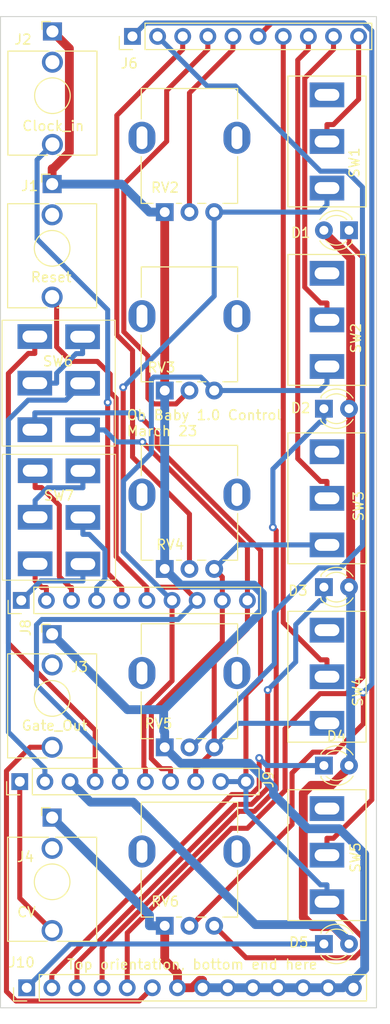
<source format=kicad_pcb>
(kicad_pcb (version 20221018) (generator pcbnew)
  (layers (0 "F.Cu" signal) (31 "B.Cu" signal) (34 "B.Paste" user) (35 "F.Paste" user) (36 "B.SilkS" user "B.Silkscreen") (37 "F.SilkS" user "F.Silkscreen") (38 "B.Mask" user) (39 "F.Mask" user) (44 "Edge.Cuts" user))
  (net 0 "")
  (net 1 "1_T")
  (net 2 "5_T")
  (net 3 "4_T")
  (net 4 "3_T")
  (net 5 "2_T")
  (net 15 "Net-(SW6A-C)")
  (net 16 "Net-(SW7A-C)")
  (net 17 "10_T")
  (net 18 "9_T")
  (net 19 "8_T")
  (net 20 "7_T")
  (net 21 "6_T")
  (net 22 "11_T")
  (net 23 "13_T")
  (net 24 "14_T")
  (net 25 "15_T")
  (net 26 "GND_T")
  (net 27 "12V_T")
  (net 28 "16_T")
  (net 29 "17_T")
  (net 30 "18_T")
  (net 31 "19_T")
  (net 32 "20_T")
  (net 33 "21_T")
  (net 34 "22_T")
  (net 35 "23_T")
  (net 36 "24_T")
  (net 37 "25_T")
  (net 38 "26_T")
  (net 39 "27_T")
  (net 40 "28_T")
  (net 41 "29_T")
  (net 42 "12_T")
  (net 43 "35_T")
  (footprint "1_SynthFootprints:DPDT_Tayda" (layer "F.Cu") (at 75.88 77.01)
    (fp_text reference "SW6" (at -0.06 -2.23) (layer "F.SilkS"))
    (fp_text value "SW_DPDT_x2")
    (pad "1" thru_hole rect (at 2.42 4.69 90) (size 2.5 3.5) (drill oval 1.2 2.5) (layers "*.Cu" "*.Mask") (net 40 "28_T"))
    (pad "2" thru_hole rect (at 2.42 -0.01 90) (size 2.5 3.5) (drill oval 1.2 2.5) (layers "*.Cu" "*.Mask") (net 36 "24_T"))
    (pad "3" thru_hole rect (at 2.42 -4.71 90) (size 2.5 3.5) (drill oval 1.2 2.5) (layers "*.Cu" "*.Mask") (net 15 "Net-(SW6A-C)"))
    (pad "4" thru_hole rect (at -2.41 4.67 90) (size 2.5 3.5) (drill oval 1.2 2.5) (layers "*.Cu" "*.Mask") (net 41 "29_T"))
    (pad "5" thru_hole rect (at -2.41 -0.03 90) (size 2.5 3.5) (drill oval 1.2 2.5) (layers "*.Cu" "*.Mask") (net 15 "Net-(SW6A-C)"))
    (pad "6" thru_hole rect (at -2.41 -4.73 90) (size 2.5 3.5) (drill oval 1.2 2.5) (layers "*.Cu" "*.Mask") (net 43 "35_T"))
  )
  (footprint "LED_THT:LED_D3.0mm" (layer "F.Cu") (at 102.69 79.56)
    (fp_text reference "D2" (at -2.355 -0.07) (layer "F.SilkS"))
    (fp_text value "LED")
    (pad "1" thru_hole rect (at 0 0) (size 1.8 1.8) (drill 0.9) (layers "*.Cu" "*.Mask") (net 29 "17_T"))
    (pad "2" thru_hole circle (at 2.54 0) (size 1.8 1.8) (drill 0.9) (layers "*.Cu" "*.Mask") (net 27 "12V_T"))
  )
  (footprint "1_SynthFootprints:SPDT_Tayda" (layer "F.Cu") (at 106.95 124.6 90)
    (fp_text reference "SW5" (at -0.24 -1.07 90) (layer "F.SilkS"))
    (fp_text value "Gate5")
    (pad "1" thru_hole rect (at -4.7 -3.95 90) (size 2.5 3.5) (drill oval 1.2 2.5) (layers "*.Cu" "*.Mask") (net 41 "29_T"))
    (pad "2" thru_hole rect (at 0 -3.95 90) (size 2.5 3.5) (drill oval 1.2 2.5) (layers "*.Cu" "*.Mask") (net 2 "5_T"))
    (pad "3" thru_hole rect (at 4.7 -3.95 90) (size 2.5 3.5) (drill oval 1.2 2.5) (layers "*.Cu" "*.Mask"))
  )
  (footprint "1_SynthFootprints:SPDT_Tayda" (layer "F.Cu") (at 106.95 70.6 90)
    (fp_text reference "SW2" (at -1.84 -1.02 90) (layer "F.SilkS"))
    (fp_text value "Gate2")
    (pad "1" thru_hole rect (at -4.7 -3.95 90) (size 2.5 3.5) (drill oval 1.2 2.5) (layers "*.Cu" "*.Mask") (net 38 "26_T"))
    (pad "2" thru_hole rect (at 0 -3.95 90) (size 2.5 3.5) (drill oval 1.2 2.5) (layers "*.Cu" "*.Mask") (net 5 "2_T"))
    (pad "3" thru_hole rect (at 4.7 -3.95 90) (size 2.5 3.5) (drill oval 1.2 2.5) (layers "*.Cu" "*.Mask"))
  )
  (footprint "1_SynthFootprints:SPDT_Tayda" (layer "F.Cu") (at 106.95 88.6 90)
    (fp_text reference "SW3" (at -0.79 -0.76 90) (layer "F.SilkS"))
    (fp_text value "Gate3")
    (pad "1" thru_hole rect (at -4.7 -3.95 90) (size 2.5 3.5) (drill oval 1.2 2.5) (layers "*.Cu" "*.Mask") (net 39 "27_T"))
    (pad "2" thru_hole rect (at 0 -3.95 90) (size 2.5 3.5) (drill oval 1.2 2.5) (layers "*.Cu" "*.Mask") (net 4 "3_T"))
    (pad "3" thru_hole rect (at 4.7 -3.95 90) (size 2.5 3.5) (drill oval 1.2 2.5) (layers "*.Cu" "*.Mask"))
  )
  (footprint "1_SynthFootprints:DPDT_Tayda" (layer "F.Cu") (at 75.91 90.54)
    (fp_text reference "SW7" (at 0 -2.22) (layer "F.SilkS"))
    (fp_text value "SW_DPDT_x2")
    (pad "1" thru_hole rect (at 2.42 4.69 90) (size 2.5 3.5) (drill oval 1.2 2.5) (layers "*.Cu" "*.Mask") (net 42 "12_T"))
    (pad "2" thru_hole rect (at 2.42 -0.01 90) (size 2.5 3.5) (drill oval 1.2 2.5) (layers "*.Cu" "*.Mask") (net 22 "11_T"))
    (pad "3" thru_hole rect (at 2.42 -4.71 90) (size 2.5 3.5) (drill oval 1.2 2.5) (layers "*.Cu" "*.Mask") (net 16 "Net-(SW7A-C)"))
    (pad "4" thru_hole rect (at -2.41 4.67 90) (size 2.5 3.5) (drill oval 1.2 2.5) (layers "*.Cu" "*.Mask") (net 23 "13_T"))
    (pad "5" thru_hole rect (at -2.41 -0.03 90) (size 2.5 3.5) (drill oval 1.2 2.5) (layers "*.Cu" "*.Mask") (net 16 "Net-(SW7A-C)"))
    (pad "6" thru_hole rect (at -2.41 -4.73 90) (size 2.5 3.5) (drill oval 1.2 2.5) (layers "*.Cu" "*.Mask") (net 24 "14_T"))
  )
  (footprint "LED_THT:LED_D3.0mm" (layer "F.Cu") (at 102.69 133.56)
    (fp_text reference "D5" (at -2.54 -0.16) (layer "F.SilkS"))
    (fp_text value "LED")
    (pad "1" thru_hole rect (at 0 0) (size 1.8 1.8) (drill 0.9) (layers "*.Cu" "*.Mask") (net 32 "20_T"))
    (pad "2" thru_hole circle (at 2.54 0) (size 1.8 1.8) (drill 0.9) (layers "*.Cu" "*.Mask") (net 27 "12V_T"))
  )
  (footprint "2_BenjiaoFootprints:Potentiometer_RV09" (layer "F.Cu") (at 86.6 59.725 90)
    (fp_text reference "RV2" (at 2.475 0.03 180) (layer "F.SilkS"))
    (fp_text value "B100k")
    (pad "" thru_hole oval (at 7.5 -2.3 180) (size 2.72 3.24) (drill oval 1.1 2.3) (layers "*.Cu" "*.Mask"))
    (pad "" thru_hole oval (at 7.5 7.3 180) (size 2.72 3.24) (drill oval 1.1 2.3) (layers "*.Cu" "*.Mask"))
    (pad "1" thru_hole rect (at 0 0 180) (size 1.8 1.8) (drill 1) (layers "*.Cu" "*.Mask") (net 26 "GND_T"))
    (pad "2" thru_hole circle (at 0 2.5 180) (size 1.8 1.8) (drill 1) (layers "*.Cu" "*.Mask") (net 21 "6_T"))
    (pad "3" thru_hole circle (at 0 5 180) (size 1.8 1.8) (drill 1) (layers "*.Cu" "*.Mask") (net 37 "25_T"))
  )
  (footprint "2_BenjiaoFootprints:AudioJack_3.5mm" (layer "F.Cu") (at 75.25 41.5)
    (fp_text reference "J2" (at -2.97 0.81) (layer "F.SilkS"))
    (fp_text value "Clock_in" (at 0.08 9.53) (layer "F.SilkS"))
    (pad "S" thru_hole rect (at 0 0 180) (size 1.93 1.83) (drill 1.22) (layers "*.Cu" "*.Mask") (net 26 "GND_T"))
    (pad "T" thru_hole circle (at 0 11.4 180) (size 2.13 2.13) (drill 1.43) (layers "*.Cu" "*.Mask") (net 25 "15_T"))
    (pad "TN" thru_hole circle (at 0 3.1 180) (size 2.13 2.13) (drill 1.42) (layers "*.Cu" "*.Mask"))
  )
  (footprint "2_BenjiaoFootprints:Potentiometer_RV09" (layer "F.Cu") (at 86.6 113.725 90)
    (fp_text reference "RV5" (at 2.395 -0.63 180) (layer "F.SilkS"))
    (fp_text value "B100k")
    (pad "" thru_hole oval (at 7.5 -2.3 180) (size 2.72 3.24) (drill oval 1.1 2.3) (layers "*.Cu" "*.Mask"))
    (pad "" thru_hole oval (at 7.5 7.3 180) (size 2.72 3.24) (drill oval 1.1 2.3) (layers "*.Cu" "*.Mask"))
    (pad "1" thru_hole rect (at 0 0 180) (size 1.8 1.8) (drill 1) (layers "*.Cu" "*.Mask") (net 26 "GND_T"))
    (pad "2" thru_hole circle (at 0 2.5 180) (size 1.8 1.8) (drill 1) (layers "*.Cu" "*.Mask") (net 18 "9_T"))
    (pad "3" thru_hole circle (at 0 5 180) (size 1.8 1.8) (drill 1) (layers "*.Cu" "*.Mask") (net 40 "28_T"))
  )
  (footprint "Connector_PinHeader_2.54mm:PinHeader_1x10_P2.54mm_Vertical" (layer "F.Cu") (at 83.34 42 90)
    (fp_text reference "J6" (at -2.73 -0.32 180) (layer "F.SilkS"))
    (fp_text value "Con1_Top")
    (pad "1" thru_hole rect (at 0 0 90) (size 1.7 1.7) (drill 1) (layers "*.Cu" "*.Mask") (net 17 "10_T"))
    (pad "2" thru_hole oval (at 0 2.54 90) (size 1.7 1.7) (drill 1) (layers "*.Cu" "*.Mask") (net 18 "9_T"))
    (pad "3" thru_hole oval (at 0 5.08 90) (size 1.7 1.7) (drill 1) (layers "*.Cu" "*.Mask") (net 19 "8_T"))
    (pad "4" thru_hole oval (at 0 7.62 90) (size 1.7 1.7) (drill 1) (layers "*.Cu" "*.Mask") (net 20 "7_T"))
    (pad "5" thru_hole oval (at 0 10.16 90) (size 1.7 1.7) (drill 1) (layers "*.Cu" "*.Mask") (net 21 "6_T"))
    (pad "6" thru_hole oval (at 0 12.7 90) (size 1.7 1.7) (drill 1) (layers "*.Cu" "*.Mask") (net 2 "5_T"))
    (pad "7" thru_hole oval (at 0 15.24 90) (size 1.7 1.7) (drill 1) (layers "*.Cu" "*.Mask") (net 3 "4_T"))
    (pad "8" thru_hole oval (at 0 17.78 90) (size 1.7 1.7) (drill 1) (layers "*.Cu" "*.Mask") (net 4 "3_T"))
    (pad "9" thru_hole oval (at 0 20.32 90) (size 1.7 1.7) (drill 1) (layers "*.Cu" "*.Mask") (net 5 "2_T"))
    (pad "10" thru_hole oval (at 0 22.86 90) (size 1.7 1.7) (drill 1) (layers "*.Cu" "*.Mask") (net 1 "1_T"))
  )
  (footprint "1_SynthFootprints:SPDT_Tayda" (layer "F.Cu") (at 106.95 52.6 90)
    (fp_text reference "SW1" (at -2.13 -1.18 90) (layer "F.SilkS"))
    (fp_text value "Gate1")
    (pad "1" thru_hole rect (at -4.7 -3.95 90) (size 2.5 3.5) (drill oval 1.2 2.5) (layers "*.Cu" "*.Mask") (net 37 "25_T"))
    (pad "2" thru_hole rect (at 0 -3.95 90) (size 2.5 3.5) (drill oval 1.2 2.5) (layers "*.Cu" "*.Mask") (net 1 "1_T"))
    (pad "3" thru_hole rect (at 4.7 -3.95 90) (size 2.5 3.5) (drill oval 1.2 2.5) (layers "*.Cu" "*.Mask"))
  )
  (footprint "LED_THT:LED_D3.0mm" (layer "F.Cu") (at 102.69 115.56)
    (fp_text reference "D4" (at 1.27 -2.96) (layer "F.SilkS"))
    (fp_text value "LED")
    (pad "1" thru_hole rect (at 0 0) (size 1.8 1.8) (drill 0.9) (layers "*.Cu" "*.Mask") (net 31 "19_T"))
    (pad "2" thru_hole circle (at 2.54 0) (size 1.8 1.8) (drill 0.9) (layers "*.Cu" "*.Mask") (net 27 "12V_T"))
  )
  (footprint "Connector_PinHeader_2.54mm:PinHeader_1x10_P2.54mm_Vertical" (layer "F.Cu") (at 71.95 117.18 90)
    (fp_text reference "J9" (at 0.21 25.13 90) (layer "F.SilkS"))
    (fp_text value "Con3_Top")
    (pad "1" thru_hole rect (at 0 0 90) (size 1.7 1.7) (drill 1) (layers "*.Cu" "*.Mask") (net 35 "23_T"))
    (pad "2" thru_hole oval (at 0 2.54 90) (size 1.7 1.7) (drill 1) (layers "*.Cu" "*.Mask") (net 36 "24_T"))
    (pad "3" thru_hole oval (at 0 5.08 90) (size 1.7 1.7) (drill 1) (layers "*.Cu" "*.Mask") (net 27 "12V_T"))
    (pad "4" thru_hole oval (at 0 7.62 90) (size 1.7 1.7) (drill 1) (layers "*.Cu" "*.Mask") (net 43 "35_T"))
    (pad "5" thru_hole oval (at 0 10.16 90) (size 1.7 1.7) (drill 1) (layers "*.Cu" "*.Mask") (net 37 "25_T"))
    (pad "6" thru_hole oval (at 0 12.7 90) (size 1.7 1.7) (drill 1) (layers "*.Cu" "*.Mask") (net 38 "26_T"))
    (pad "7" thru_hole oval (at 0 15.24 90) (size 1.7 1.7) (drill 1) (layers "*.Cu" "*.Mask") (net 39 "27_T"))
    (pad "8" thru_hole oval (at 0 17.78 90) (size 1.7 1.7) (drill 1) (layers "*.Cu" "*.Mask") (net 40 "28_T"))
    (pad "9" thru_hole oval (at 0 20.32 90) (size 1.7 1.7) (drill 1) (layers "*.Cu" "*.Mask") (net 41 "29_T"))
    (pad "10" thru_hole oval (at 0 22.86 90) (size 1.7 1.7) (drill 1) (layers "*.Cu" "*.Mask") (net 41 "29_T"))
  )
  (footprint "2_BenjiaoFootprints:Potentiometer_RV09" (layer "F.Cu") (at 86.6 95.725 90)
    (fp_text reference "RV4" (at 2.445 0.55 180) (layer "F.SilkS"))
    (fp_text value "B100k")
    (pad "" thru_hole oval (at 7.5 -2.3 180) (size 2.72 3.24) (drill oval 1.1 2.3) (layers "*.Cu" "*.Mask"))
    (pad "" thru_hole oval (at 7.5 7.3 180) (size 2.72 3.24) (drill oval 1.1 2.3) (layers "*.Cu" "*.Mask"))
    (pad "1" thru_hole rect (at 0 0 180) (size 1.8 1.8) (drill 1) (layers "*.Cu" "*.Mask") (net 26 "GND_T"))
    (pad "2" thru_hole circle (at 0 2.5 180) (size 1.8 1.8) (drill 1) (layers "*.Cu" "*.Mask") (net 19 "8_T"))
    (pad "3" thru_hole circle (at 0 5 180) (size 1.8 1.8) (drill 1) (layers "*.Cu" "*.Mask") (net 39 "27_T"))
  )
  (footprint "Connector_PinHeader_2.54mm:PinHeader_1x14_P2.54mm_Vertical" (layer "F.Cu") (at 72.65 137.98 90)
    (fp_text reference "J10" (at 2.56 -0.52 180) (layer "F.SilkS"))
    (fp_text value "Con4_Top")
    (pad "1" thru_hole rect (at 0 0 90) (size 1.7 1.7) (drill 1) (layers "*.Cu" "*.Mask") (net 32 "20_T"))
    (pad "2" thru_hole oval (at 0 2.54 90) (size 1.7 1.7) (drill 1) (layers "*.Cu" "*.Mask") (net 31 "19_T"))
    (pad "3" thru_hole oval (at 0 5.08 90) (size 1.7 1.7) (drill 1) (layers "*.Cu" "*.Mask") (net 30 "18_T"))
    (pad "4" thru_hole oval (at 0 7.62 90) (size 1.7 1.7) (drill 1) (layers "*.Cu" "*.Mask") (net 29 "17_T"))
    (pad "5" thru_hole oval (at 0 10.16 90) (size 1.7 1.7) (drill 1) (layers "*.Cu" "*.Mask") (net 28 "16_T"))
    (pad "6" thru_hole oval (at 0 12.7 90) (size 1.7 1.7) (drill 1) (layers "*.Cu" "*.Mask") (net 33 "21_T"))
    (pad "7" thru_hole oval (at 0 15.24 90) (size 1.7 1.7) (drill 1) (layers "*.Cu" "*.Mask") (net 26 "GND_T"))
    (pad "8" thru_hole oval (at 0 17.78 90) (size 1.7 1.7) (drill 1) (layers "*.Cu" "*.Mask") (net 26 "GND_T"))
    (pad "9" thru_hole oval (at 0 20.32 90) (size 1.7 1.7) (drill 1) (layers "*.Cu" "*.Mask") (net 26 "GND_T"))
    (pad "10" thru_hole oval (at 0 22.86 90) (size 1.7 1.7) (drill 1) (layers "*.Cu" "*.Mask") (net 26 "GND_T"))
    (pad "11" thru_hole oval (at 0 25.4 90) (size 1.7 1.7) (drill 1) (layers "*.Cu" "*.Mask") (net 26 "GND_T"))
    (pad "12" thru_hole oval (at 0 27.94 90) (size 1.7 1.7) (drill 1) (layers "*.Cu" "*.Mask") (net 26 "GND_T"))
    (pad "13" thru_hole oval (at 0 30.48 90) (size 1.7 1.7) (drill 1) (layers "*.Cu" "*.Mask") (net 26 "GND_T"))
    (pad "14" thru_hole oval (at 0 33.02 90) (size 1.7 1.7) (drill 1) (layers "*.Cu" "*.Mask") (net 26 "GND_T"))
  )
  (footprint "2_BenjiaoFootprints:AudioJack_3.5mm" (layer "F.Cu") (at 75.22 56.9)
    (fp_text reference "J1" (at -2.27 0.19) (layer "F.SilkS"))
    (fp_text value "Reset" (at -0.1 9.39) (layer "F.SilkS"))
    (pad "S" thru_hole rect (at 0 0 180) (size 1.93 1.83) (drill 1.22) (layers "*.Cu" "*.Mask") (net 26 "GND_T"))
    (pad "T" thru_hole circle (at 0 11.4 180) (size 2.13 2.13) (drill 1.43) (layers "*.Cu" "*.Mask") (net 34 "22_T"))
    (pad "TN" thru_hole circle (at 0 3.1 180) (size 2.13 2.13) (drill 1.42) (layers "*.Cu" "*.Mask"))
  )
  (footprint "LED_THT:LED_D3.0mm" (layer "F.Cu") (at 102.69 97.56)
    (fp_text reference "D3" (at -2.62 0.36) (layer "F.SilkS"))
    (fp_text value "LED")
    (pad "1" thru_hole rect (at 0 0) (size 1.8 1.8) (drill 0.9) (layers "*.Cu" "*.Mask") (net 30 "18_T"))
    (pad "2" thru_hole circle (at 2.54 0) (size 1.8 1.8) (drill 0.9) (layers "*.Cu" "*.Mask") (net 27 "12V_T"))
  )
  (footprint "Connector_PinHeader_2.54mm:PinHeader_1x10_P2.54mm_Vertical" (layer "F.Cu") (at 72.1 98.9 90)
    (fp_text reference "J8" (at -2.75 0.45 90) (layer "F.SilkS"))
    (fp_text value "Con2_Top")
    (pad "1" thru_hole rect (at 0 0 90) (size 1.7 1.7) (drill 1) (layers "*.Cu" "*.Mask") (net 42 "12_T"))
    (pad "2" thru_hole oval (at 0 2.54 90) (size 1.7 1.7) (drill 1) (layers "*.Cu" "*.Mask") (net 23 "13_T"))
    (pad "3" thru_hole oval (at 0 5.08 90) (size 1.7 1.7) (drill 1) (layers "*.Cu" "*.Mask") (net 24 "14_T"))
    (pad "4" thru_hole oval (at 0 7.62 90) (size 1.7 1.7) (drill 1) (layers "*.Cu" "*.Mask") (net 22 "11_T"))
    (pad "5" thru_hole oval (at 0 10.16 90) (size 1.7 1.7) (drill 1) (layers "*.Cu" "*.Mask") (net 25 "15_T"))
    (pad "6" thru_hole oval (at 0 12.7 90) (size 1.7 1.7) (drill 1) (layers "*.Cu" "*.Mask") (net 34 "22_T"))
    (pad "7" thru_hole oval (at 0 15.24 90) (size 1.7 1.7) (drill 1) (layers "*.Cu" "*.Mask") (net 38 "26_T"))
    (pad "8" thru_hole oval (at 0 17.78 90) (size 1.7 1.7) (drill 1) (layers "*.Cu" "*.Mask") (net 37 "25_T"))
    (pad "9" thru_hole oval (at 0 20.32 90) (size 1.7 1.7) (drill 1) (layers "*.Cu" "*.Mask") (net 39 "27_T"))
    (pad "10" thru_hole oval (at 0 22.86 90) (size 1.7 1.7) (drill 1) (layers "*.Cu" "*.Mask") (net 40 "28_T"))
  )
  (footprint "2_BenjiaoFootprints:AudioJack_3.5mm" (layer "F.Cu") (at 75.22 102.31)
    (fp_text reference "J3" (at 2.77 3.31) (layer "F.SilkS"))
    (fp_text value "Gate_Out" (at 0.24 9.22) (layer "F.SilkS"))
    (pad "S" thru_hole rect (at 0 0 180) (size 1.93 1.83) (drill 1.22) (layers "*.Cu" "*.Mask") (net 26 "GND_T"))
    (pad "T" thru_hole circle (at 0 11.4 180) (size 2.13 2.13) (drill 1.43) (layers "*.Cu" "*.Mask") (net 33 "21_T"))
    (pad "TN" thru_hole circle (at 0 3.1 180) (size 2.13 2.13) (drill 1.42) (layers "*.Cu" "*.Mask"))
  )
  (footprint "2_BenjiaoFootprints:Potentiometer_RV09" (layer "F.Cu") (at 86.6 131.725 90)
    (fp_text reference "RV6" (at 2.445 0.05 180) (layer "F.SilkS"))
    (fp_text value "B100k")
    (pad "" thru_hole oval (at 7.5 -2.3 180) (size 2.72 3.24) (drill oval 1.1 2.3) (layers "*.Cu" "*.Mask"))
    (pad "" thru_hole oval (at 7.5 7.3 180) (size 2.72 3.24) (drill oval 1.1 2.3) (layers "*.Cu" "*.Mask"))
    (pad "1" thru_hole rect (at 0 0 180) (size 1.8 1.8) (drill 1) (layers "*.Cu" "*.Mask") (net 26 "GND_T"))
    (pad "2" thru_hole circle (at 0 2.5 180) (size 1.8 1.8) (drill 1) (layers "*.Cu" "*.Mask") (net 17 "10_T"))
    (pad "3" thru_hole circle (at 0 5 180) (size 1.8 1.8) (drill 1) (layers "*.Cu" "*.Mask") (net 41 "29_T"))
  )
  (footprint "2_BenjiaoFootprints:AudioJack_3.5mm" (layer "F.Cu") (at 75.22 120.81)
    (fp_text reference "J4" (at -2.69 3.97) (layer "F.SilkS"))
    (fp_text value "CV" (at -2.6 9.54) (layer "F.SilkS"))
    (pad "S" thru_hole rect (at 0 0 180) (size 1.93 1.83) (drill 1.22) (layers "*.Cu" "*.Mask") (net 26 "GND_T"))
    (pad "T" thru_hole circle (at 0 11.4 180) (size 2.13 2.13) (drill 1.43) (layers "*.Cu" "*.Mask") (net 35 "23_T"))
    (pad "TN" thru_hole circle (at 0 3.1 180) (size 2.13 2.13) (drill 1.42) (layers "*.Cu" "*.Mask"))
  )
  (footprint "1_SynthFootprints:SPDT_Tayda" (layer "F.Cu") (at 106.95 106.6 90)
    (fp_text reference "SW4" (at -1.49 -0.83 90) (layer "F.SilkS"))
    (fp_text value "Gate4")
    (pad "1" thru_hole rect (at -4.7 -3.95 90) (size 2.5 3.5) (drill oval 1.2 2.5) (layers "*.Cu" "*.Mask") (net 40 "28_T"))
    (pad "2" thru_hole rect (at 0 -3.95 90) (size 2.5 3.5) (drill oval 1.2 2.5) (layers "*.Cu" "*.Mask") (net 3 "4_T"))
    (pad "3" thru_hole rect (at 4.7 -3.95 90) (size 2.5 3.5) (drill oval 1.2 2.5) (layers "*.Cu" "*.Mask"))
  )
  (footprint "2_BenjiaoFootprints:Potentiometer_RV09" (layer "F.Cu") (at 86.6 77.725 90)
    (fp_text reference "RV3" (at 2.325 -0.33 180) (layer "F.SilkS"))
    (fp_text value "B100k")
    (pad "" thru_hole oval (at 7.5 -2.3 180) (size 2.72 3.24) (drill oval 1.1 2.3) (layers "*.Cu" "*.Mask"))
    (pad "" thru_hole oval (at 7.5 7.3 180) (size 2.72 3.24) (drill oval 1.1 2.3) (layers "*.Cu" "*.Mask"))
    (pad "1" thru_hole rect (at 0 0 180) (size 1.8 1.8) (drill 1) (layers "*.Cu" "*.Mask") (net 26 "GND_T"))
    (pad "2" thru_hole circle (at 0 2.5 180) (size 1.8 1.8) (drill 1) (layers "*.Cu" "*.Mask") (net 20 "7_T"))
    (pad "3" thru_hole circle (at 0 5 180) (size 1.8 1.8) (drill 1) (layers "*.Cu" "*.Mask") (net 38 "26_T"))
  )
  (footprint "LED_THT:LED_D3.0mm" (layer "F.Cu") (at 105.23 61.56 180)
    (fp_text reference "D1" (at 4.88 -0.25) (layer "F.SilkS"))
    (fp_text value "LED")
    (pad "1" thru_hole rect (at 0 0 180) (size 1.8 1.8) (drill 0.9) (layers "*.Cu" "*.Mask") (net 28 "16_T"))
    (pad "2" thru_hole circle (at 2.54 0 180) (size 1.8 1.8) (drill 0.9) (layers "*.Cu" "*.Mask") (net 27 "12V_T"))
  )
  (gr_rect (start 70 40) (end 108 140) (stroke (width 0.1)) (fill none) (layer "Edge.Cuts"))
  (gr_text "Oh Baby 1.0 Control\nMarch 23" (at 82.69 82.4) (layer "F.SilkS") (effects (font (size 1 1) (thickness 0.153)) (justify left bottom)))
  (gr_text "Top orientation, bottom end here" (at 76.64 136.21) (layer "F.SilkS") (effects (font (size 1 1)) (justify left bottom)))
  (segment (start 103 50.8959) (end 103.6523 50.8959) (width 0.508) (layer "F.Cu") (net 1))
  (segment (start 106.2 48.3482) (end 106.2 42) (width 0.508) (layer "F.Cu") (net 1))
  (segment (start 103.6523 50.8959) (end 106.2 48.3482) (width 0.508) (layer "F.Cu") (net 1))
  (segment (start 103 52.6) (end 103 50.8959) (width 0.508) (layer "F.Cu") (net 1))
  (segment (start 106.7321 40.6497) (end 97.3903 40.6497) (width 0.508) (layer "F.Cu") (net 2))
  (segment (start 103 124.6) (end 103 122.8959) (width 0.508) (layer "F.Cu") (net 2))
  (segment (start 103 122.8959) (end 103.6523 122.8959) (width 0.508) (layer "F.Cu") (net 2))
  (segment (start 107.5358 119.0124) (end 107.5358 41.4534) (width 0.508) (layer "F.Cu") (net 2))
  (segment (start 97.3903 40.6497) (end 96.04 42) (width 0.508) (layer "F.Cu") (net 2))
  (segment (start 107.5358 41.4534) (end 106.7321 40.6497) (width 0.508) (layer "F.Cu") (net 2))
  (segment (start 103.6523 122.8959) (end 107.5358 119.0124) (width 0.508) (layer "F.Cu") (net 2))
  (segment (start 103 106.6) (end 103 104.8959) (width 0.508) (layer "F.Cu") (net 3))
  (segment (start 102.3477 104.8959) (end 103 104.8959) (width 0.508) (layer "F.Cu") (net 3))
  (segment (start 98.58 43.3041) (end 98.58 101.1282) (width 0.508) (layer "F.Cu") (net 3))
  (segment (start 98.58 42) (end 98.58 43.3041) (width 0.508) (layer "F.Cu") (net 3))
  (segment (start 98.58 101.1282) (end 102.3477 104.8959) (width 0.508) (layer "F.Cu") (net 3))
  (segment (start 103 88.6) (end 103 86.8959) (width 0.508) (layer "F.Cu") (net 4))
  (segment (start 102.3477 86.8959) (end 103 86.8959) (width 0.508) (layer "F.Cu") (net 4))
  (segment (start 100.0474 84.5956) (end 102.3477 86.8959) (width 0.508) (layer "F.Cu") (net 4))
  (segment (start 100.0474 44.3767) (end 100.0474 84.5956) (width 0.508) (layer "F.Cu") (net 4))
  (segment (start 101.12 43.3041) (end 100.0474 44.3767) (width 0.508) (layer "F.Cu") (net 4))
  (segment (start 101.12 42) (end 101.12 43.3041) (width 0.508) (layer "F.Cu") (net 4))
  (segment (start 103 68.8959) (end 102.3477 68.8959) (width 0.508) (layer "F.Cu") (net 5))
  (segment (start 103 70.6) (end 103 68.8959) (width 0.508) (layer "F.Cu") (net 5))
  (segment (start 100.7556 67.3038) (end 100.7556 46.2085) (width 0.508) (layer "F.Cu") (net 5))
  (segment (start 102.3477 68.8959) (end 100.7556 67.3038) (width 0.508) (layer "F.Cu") (net 5))
  (segment (start 100.7556 46.2085) (end 103.66 43.3041) (width 0.508) (layer "F.Cu") (net 5))
  (segment (start 103.66 42) (end 103.66 43.3041) (width 0.508) (layer "F.Cu") (net 5))
  (segment (start 75.6741 76.98) (end 75.6741 75.9777) (width 0.508) (layer "B.Cu") (net 15))
  (segment (start 73.47 76.98) (end 75.6741 76.98) (width 0.508) (layer "B.Cu") (net 15))
  (segment (start 75.6741 75.9777) (end 77.6477 74.0041) (width 0.508) (layer "B.Cu") (net 15))
  (segment (start 78.3 72.3) (end 78.3 74.0041) (width 0.508) (layer "B.Cu") (net 15))
  (segment (start 77.6477 74.0041) (end 78.3 74.0041) (width 0.508) (layer "B.Cu") (net 15))
  (segment (start 73.5 90.51) (end 73.5 88.8059) (width 0.508) (layer "B.Cu") (net 16))
  (segment (start 74.7718 87.5341) (end 78.33 87.5341) (width 0.508) (layer "B.Cu") (net 16))
  (segment (start 78.33 85.83) (end 78.33 87.5341) (width 0.508) (layer "B.Cu") (net 16))
  (segment (start 73.5 88.8059) (end 74.7718 87.5341) (width 0.508) (layer "B.Cu") (net 16))
  (segment (start 103.8168 114.2058) (end 106.6722 111.3504) (width 0.508) (layer "F.Cu") (net 17))
  (segment (start 89.2623 131.725) (end 99.471 121.5163) (width 0.508) (layer "F.Cu") (net 17))
  (segment (start 101.5765 114.2058) (end 103.8168 114.2058) (width 0.508) (layer "F.Cu") (net 17))
  (segment (start 99.471 121.5163) (end 99.471 116.3113) (width 0.508) (layer "F.Cu") (net 17))
  (segment (start 99.471 116.3113) (end 101.5765 114.2058) (width 0.508) (layer "F.Cu") (net 17))
  (segment (start 89.1 131.725) (end 89.2623 131.725) (width 0.508) (layer "F.Cu") (net 17))
  (segment (start 106.6722 111.3504) (end 106.6722 108.1936) (width 0.508) (layer "F.Cu") (net 17))
  (via (at 106.6722 108.1936) (size 0.8) (drill 0.4) (layers "F.Cu" "B.Cu") (net 17))
  (segment (start 106.7345 40.6491) (end 84.6909 40.6491) (width 0.508) (layer "B.Cu") (net 17))
  (segment (start 107.5358 41.4504) (end 106.7345 40.6491) (width 0.508) (layer "B.Cu") (net 17))
  (segment (start 107.5358 107.33) (end 107.5358 41.4504) (width 0.508) (layer "B.Cu") (net 17))
  (segment (start 84.6909 40.6491) (end 83.34 42) (width 0.508) (layer "B.Cu") (net 17))
  (segment (start 106.6722 108.1936) (end 107.5358 107.33) (width 0.508) (layer "B.Cu") (net 17))
  (segment (start 104.971 55.5958) (end 102.3434 55.5958) (width 0.508) (layer "B.Cu") (net 18))
  (segment (start 93.7523 47.0047) (end 90.8847 47.0047) (width 0.508) (layer "B.Cu") (net 18))
  (segment (start 97.6791 100.087) (end 102.147 95.6191) (width 0.508) (layer "B.Cu") (net 18))
  (segment (start 90.8847 47.0047) (end 85.88 42) (width 0.508) (layer "B.Cu") (net 18))
  (segment (start 89.2488 113.725) (end 97.6791 105.2947) (width 0.508) (layer "B.Cu") (net 18))
  (segment (start 97.6791 105.2947) (end 97.6791 100.087) (width 0.508) (layer "B.Cu") (net 18))
  (segment (start 89.1 113.725) (end 89.2488 113.725) (width 0.508) (layer "B.Cu") (net 18))
  (segment (start 106.5842 93.3793) (end 106.5842 57.209) (width 0.508) (layer "B.Cu") (net 18))
  (segment (start 106.5842 57.209) (end 104.971 55.5958) (width 0.508) (layer "B.Cu") (net 18))
  (segment (start 102.3434 55.5958) (end 93.7523 47.0047) (width 0.508) (layer "B.Cu") (net 18))
  (segment (start 104.3444 95.6191) (end 106.5842 93.3793) (width 0.508) (layer "B.Cu") (net 18))
  (segment (start 102.147 95.6191) (end 104.3444 95.6191) (width 0.508) (layer "B.Cu") (net 18))
  (segment (start 81.7594 49.9647) (end 81.7594 72.1098) (width 0.508) (layer "F.Cu") (net 19))
  (segment (start 83.3485 84.4425) (end 89.1 90.194) (width 0.508) (layer "F.Cu") (net 19))
  (segment (start 89.1 90.194) (end 89.1 95.725) (width 0.508) (layer "F.Cu") (net 19))
  (segment (start 88.42 42) (end 88.42 43.3041) (width 0.508) (layer "F.Cu") (net 19))
  (segment (start 88.42 43.3041) (end 81.7594 49.9647) (width 0.508) (layer "F.Cu") (net 19))
  (segment (start 83.3485 73.6989) (end 83.3485 84.4425) (width 0.508) (layer "F.Cu") (net 19))
  (segment (start 81.7594 72.1098) (end 83.3485 73.6989) (width 0.508) (layer "F.Cu") (net 19))
  (segment (start 89.1 77.725) (end 87.7459 79.0791) (width 0.508) (layer "F.Cu") (net 20))
  (segment (start 84.9017 78.4942) (end 84.9017 74.2381) (width 0.508) (layer "F.Cu") (net 20))
  (segment (start 85.4866 79.0791) (end 84.9017 78.4942) (width 0.508) (layer "F.Cu") (net 20))
  (segment (start 84.9017 74.2381) (end 82.4675 71.8039) (width 0.508) (layer "F.Cu") (net 20))
  (segment (start 86.7984 47.4657) (end 90.96 43.3041) (width 0.508) (layer "F.Cu") (net 20))
  (segment (start 90.96 42) (end 90.96 43.3041) (width 0.508) (layer "F.Cu") (net 20))
  (segment (start 82.4675 56.9208) (end 86.7984 52.5899) (width 0.508) (layer "F.Cu") (net 20))
  (segment (start 86.7984 52.5899) (end 86.7984 47.4657) (width 0.508) (layer "F.Cu") (net 20))
  (segment (start 87.7459 79.0791) (end 85.4866 79.0791) (width 0.508) (layer "F.Cu") (net 20))
  (segment (start 82.4675 71.8039) (end 82.4675 56.9208) (width 0.508) (layer "F.Cu") (net 20))
  (segment (start 89.1 47.7041) (end 93.5 43.3041) (width 0.508) (layer "F.Cu") (net 21))
  (segment (start 89.1 59.725) (end 89.1 47.7041) (width 0.508) (layer "F.Cu") (net 21))
  (segment (start 93.5 42) (end 93.5 43.3041) (width 0.508) (layer "F.Cu") (net 21))
  (segment (start 80.5573 93.8091) (end 78.9823 92.2341) (width 0.508) (layer "B.Cu") (net 22))
  (segment (start 78.9823 92.2341) (end 78.33 92.2341) (width 0.508) (layer "B.Cu") (net 22))
  (segment (start 78.33 90.53) (end 78.33 92.2341) (width 0.508) (layer "B.Cu") (net 22))
  (segment (start 79.72 97.5959) (end 80.5573 96.7586) (width 0.508) (layer "B.Cu") (net 22))
  (segment (start 79.72 98.9) (end 79.72 97.5959) (width 0.508) (layer "B.Cu") (net 22))
  (segment (start 80.5573 96.7586) (end 80.5573 93.8091) (width 0.508) (layer "B.Cu") (net 22))
  (segment (start 73.5 96.9141) (end 74.1818 97.5959) (width 0.508) (layer "F.Cu") (net 23))
  (segment (start 73.5 95.21) (end 73.5 96.9141) (width 0.508) (layer "F.Cu") (net 23))
  (segment (start 74.1818 97.5959) (end 74.64 97.5959) (width 0.508) (layer "F.Cu") (net 23))
  (segment (start 74.64 98.9) (end 74.64 97.5959) (width 0.508) (layer "F.Cu") (net 23))
  (segment (start 75.9442 96.4952) (end 77.0449 97.5959) (width 0.508) (layer "F.Cu") (net 24))
  (segment (start 77.18 98.9) (end 77.18 97.5959) (width 0.508) (layer "F.Cu") (net 24))
  (segment (start 73.5 87.5141) (end 74.1523 87.5141) (width 0.508) (layer "F.Cu") (net 24))
  (segment (start 77.0449 97.5959) (end 77.18 97.5959) (width 0.508) (layer "F.Cu") (net 24))
  (segment (start 73.5 85.81) (end 73.5 87.5141) (width 0.508) (layer "F.Cu") (net 24))
  (segment (start 74.1523 87.5141) (end 75.9442 89.306) (width 0.508) (layer "F.Cu") (net 24))
  (segment (start 75.9442 89.306) (end 75.9442 96.4952) (width 0.508) (layer "F.Cu") (net 24))
  (segment (start 80.8375 96.1734) (end 80.8375 78.922) (width 0.508) (layer "F.Cu") (net 25))
  (segment (start 82.26 98.9) (end 82.26 97.5959) (width 0.508) (layer "F.Cu") (net 25))
  (segment (start 82.26 97.5959) (end 80.8375 96.1734) (width 0.508) (layer "F.Cu") (net 25))
  (via (at 80.8375 78.922) (size 0.8) (drill 0.4) (layers "F.Cu" "B.Cu") (net 25))
  (segment (start 73.6974 54.4526) (end 73.6974 62.448) (width 0.508) (layer "B.Cu") (net 25))
  (segment (start 75.25 52.9) (end 73.6974 54.4526) (width 0.508) (layer "B.Cu") (net 25))
  (segment (start 80.8375 69.5881) (end 80.8375 78.922) (width 0.508) (layer "B.Cu") (net 25))
  (segment (start 73.6974 62.448) (end 80.8375 69.5881) (width 0.508) (layer "B.Cu") (net 25))
  (segment (start 90.43 137.2327) (end 90.1319 137.2327) (width 0.889) (layer "F.Cu") (net 26))
  (segment (start 90.43 137.98) (end 90.43 137.2327) (width 0.889) (layer "F.Cu") (net 26))
  (segment (start 86.6 131.725) (end 86.6 135.1954) (width 0.889) (layer "F.Cu") (net 26))
  (segment (start 75.3175 55.3404) (end 75.22 55.3404) (width 0.889) (layer "F.Cu") (net 26))
  (segment (start 76.9607 53.6972) (end 75.3175 55.3404) (width 0.889) (layer "F.Cu") (net 26))
  (segment (start 76.9607 43.2107) (end 76.9607 53.6972) (width 0.889) (layer "F.Cu") (net 26))
  (segment (start 87.89 137.98) (end 87.89 136.4854) (width 0.889) (layer "F.Cu") (net 26))
  (segment (start 90.1319 137.2327) (end 89.3846 137.98) (width 0.889) (layer "F.Cu") (net 26))
  (segment (start 75.25 41.5) (end 76.9607 43.2107) (width 0.889) (layer "F.Cu") (net 26))
  (segment (start 87.89 137.98) (end 89.3846 137.98) (width 0.889) (layer "F.Cu") (net 26))
  (segment (start 75.22 56.9) (end 75.22 55.3404) (width 0.889) (layer "F.Cu") (net 26))
  (segment (start 86.6 77.725) (end 86.6 59.725) (width 0.889) (layer "F.Cu") (net 26))
  (segment (start 86.6 135.1954) (end 87.89 136.4854) (width 0.889) (layer "F.Cu") (net 26))
  (segment (start 86.495 112.0754) (end 86.495 109.922) (width 0.889) (layer "B.Cu") (net 26))
  (segment (start 86.6 113.725) (end 86.6 112.1804) (width 0.889) (layer "B.Cu") (net 26))
  (segment (start 86.6 77.725) (end 86.6 79.2696) (width 0.889) (layer "B.Cu") (net 26))
  (segment (start 101.063 121.935) (end 97.5848 118.4568) (width 0.889) (layer "B.Cu") (net 26))
  (segment (start 95.51 137.98) (end 92.97 137.98) (width 0.889) (layer "B.Cu") (net 26))
  (segment (start 105.3719 137.2327) (end 104.6246 137.98) (width 0.889) (layer "B.Cu") (net 26))
  (segment (start 98.05 137.98) (end 95.51 137.98) (width 0.889) (layer "B.Cu") (net 26))
  (segment (start 88.2313 97.3563) (end 86.6 95.725) (width 0.889) (layer "B.Cu") (net 26))
  (segment (start 106.8115 136.0912) (end 106.8115 124.4999) (width 0.889) (layer "B.Cu") (net 26))
  (segment (start 100.59 137.98) (end 98.05 137.98) (width 0.889) (layer "B.Cu") (net 26))
  (segment (start 86.6 94.1804) (end 86.6 79.2696) (width 0.889) (layer "B.Cu") (net 26))
  (segment (start 97.5848 118.4568) (end 97.5848 117.7721) (width 0.889) (layer "B.Cu") (net 26))
  (segment (start 103.13 137.98) (end 100.59 137.98) (width 0.889) (layer "B.Cu") (net 26))
  (segment (start 86.6 95.725) (end 86.6 94.1804) (width 0.889) (layer "B.Cu") (net 26))
  (segment (start 103.8773 137.98) (end 104.6246 137.98) (width 0.889) (layer "B.Cu") (net 26))
  (segment (start 75.22 120.81) (end 85.0554 130.6454) (width 0.889) (layer "B.Cu") (net 26))
  (segment (start 105.67 137.2327) (end 105.3719 137.2327) (width 0.889) (layer "B.Cu") (net 26))
  (segment (start 92.97 137.98) (end 90.43 137.98) (width 0.889) (layer "B.Cu") (net 26))
  (segment (start 85.0554 130.6454) (end 85.0554 131.725) (width 0.889) (layer "B.Cu") (net 26))
  (segment (start 105.67 137.2327) (end 106.8115 136.0912) (width 0.889) (layer "B.Cu") (net 26))
  (segment (start 86.6 112.1804) (end 86.495 112.0754) (width 0.889) (layer "B.Cu") (net 26))
  (segment (start 96.4686 99.9484) (end 96.4686 98.1962) (width 0.889) (layer "B.Cu") (net 26))
  (segment (start 86.6 131.725) (end 85.0554 131.725) (width 0.889) (layer "B.Cu") (net 26))
  (segment (start 105.67 137.98) (end 105.67 137.2327) (width 0.889) (layer "B.Cu") (net 26))
  (segment (start 82.832 109.922) (end 86.495 109.922) (width 0.889) (layer "B.Cu") (net 26))
  (segment (start 95.6287 97.3563) (end 88.2313 97.3563) (width 0.889) (layer "B.Cu") (net 26))
  (segment (start 103.8773 137.98) (end 103.13 137.98) (width 0.889) (layer "B.Cu") (net 26))
  (segment (start 95.1401 115.3274) (end 88.2024 115.3274) (width 0.889) (layer "B.Cu") (net 26))
  (segment (start 82.2304 56.9) (end 85.0554 59.725) (width 0.889) (layer "B.Cu") (net 26))
  (segment (start 75.22 102.31) (end 82.832 109.922) (width 0.889) (layer "B.Cu") (net 26))
  (segment (start 86.495 109.922) (end 96.4686 99.9484) (width 0.889) (layer "B.Cu") (net 26))
  (segment (start 96.4686 98.1962) (end 95.6287 97.3563) (width 0.889) (layer "B.Cu") (net 26))
  (segment (start 104.2466 121.935) (end 101.063 121.935) (width 0.889) (layer "B.Cu") (net 26))
  (segment (start 88.2024 115.3274) (end 86.6 113.725) (width 0.889) (layer "B.Cu") (net 26))
  (segment (start 86.6 59.725) (end 85.0554 59.725) (width 0.889) (layer "B.Cu") (net 26))
  (segment (start 75.22 56.9) (end 82.2304 56.9) (width 0.889) (layer "B.Cu") (net 26))
  (segment (start 106.8115 124.4999) (end 104.2466 121.935) (width 0.889) (layer "B.Cu") (net 26))
  (segment (start 97.5848 117.7721) (end 95.1401 115.3274) (width 0.889) (layer "B.Cu") (net 26))
  (segment (start 103.4281 117.555) (end 101.3992 117.555) (width 0.889) (layer "F.Cu") (net 27))
  (segment (start 100.6053 118.3489) (end 100.6053 130.8604) (width 0.889) (layer "F.Cu") (net 27))
  (segment (start 105.23 115.7531) (end 103.4281 117.555) (width 0.889) (layer "F.Cu") (net 27))
  (segment (start 104.0415 63.1047) (end 104.1262 63.1047) (width 0.889) (layer "F.Cu") (net 27))
  (segment (start 105.3947 64.3732) (end 105.3947 79.3953) (width 0.889) (layer "F.Cu") (net 27))
  (segment (start 101.5505 131.8056) (end 103.6654 131.8056) (width 0.889) (layer "F.Cu") (net 27))
  (segment (start 102.69 61.56) (end 102.69 61.7532) (width 0.889) (layer "F.Cu") (net 27))
  (segment (start 100.6053 130.8604) (end 101.5505 131.8056) (width 0.889) (layer "F.Cu") (net 27))
  (segment (start 105.3947 79.7247) (end 105.3947 97.3953) (width 0.889) (layer "F.Cu") (net 27))
  (segment (start 105.23 133.3702) (end 105.23 133.56) (width 0.889) (layer "F.Cu") (net 27))
  (segment (start 104.1262 63.1047) (end 105.3947 64.3732) (width 0.889) (layer "F.Cu") (net 27))
  (segment (start 105.3947 79.3953) (end 105.23 79.56) (width 0.889) (layer "F.Cu") (net 27))
  (segment (start 105.23 115.56) (end 105.23 115.7531) (width 0.889) (layer "F.Cu") (net 27))
  (segment (start 105.23 79.56) (end 105.3947 79.7247) (width 0.889) (layer "F.Cu") (net 27))
  (segment (start 103.6654 131.8056) (end 105.23 133.3702) (width 0.889) (layer "F.Cu") (net 27))
  (segment (start 102.69 61.7532) (end 104.0415 63.1047) (width 0.889) (layer "F.Cu") (net 27))
  (segment (start 105.3947 97.3953) (end 105.23 97.56) (width 0.889) (layer "F.Cu") (net 27))
  (segment (start 101.3992 117.555) (end 100.6053 118.3489) (width 0.889) (layer "F.Cu") (net 27))
  (segment (start 83.4085 119.2503) (end 79.1003 119.2503) (width 0.889) (layer "B.Cu") (net 27))
  (segment (start 105.3947 97.7247) (end 105.3947 115.3953) (width 0.889) (layer "B.Cu") (net 27))
  (segment (start 105.3947 115.3953) (end 105.23 115.56) (width 0.889) (layer "B.Cu") (net 27))
  (segment (start 103.5075 131.605) (end 95.7632 131.605) (width 0.889) (layer "B.Cu") (net 27))
  (segment (start 105.23 97.56) (end 105.3947 97.7247) (width 0.889) (layer "B.Cu") (net 27))
  (segment (start 105.23 133.56) (end 105.23 133.3275) (width 0.889) (layer "B.Cu") (net 27))
  (segment (start 79.1003 119.2503) (end 77.03 117.18) (width 0.889) (layer "B.Cu") (net 27))
  (segment (start 105.23 133.3275) (end 103.5075 131.605) (width 0.889) (layer "B.Cu") (net 27))
  (segment (start 95.7632 131.605) (end 83.4085 119.2503) (width 0.889) (layer "B.Cu") (net 27))
  (segment (start 98.7629 111.8409) (end 102.2996 108.3042) (width 0.508) (layer "F.Cu") (net 28))
  (segment (start 106.6279 106.641) (end 106.6279 64.312) (width 0.508) (layer "F.Cu") (net 28))
  (segment (start 82.81 132.4442) (end 93.3664 121.8878) (width 0.508) (layer "F.Cu") (net 28))
  (segment (start 93.3664 121.8878) (end 94.959 121.8878) (width 0.508) (layer "F.Cu") (net 28))
  (segment (start 94.959 121.8878) (end 98.7629 118.0839) (width 0.508) (layer "F.Cu") (net 28))
  (segment (start 82.81 137.98) (end 82.81 136.6759) (width 0.508) (layer "F.Cu") (net 28))
  (segment (start 104.9647 108.3042) (end 106.6279 106.641) (width 0.508) (layer "F.Cu") (net 28))
  (segment (start 105.23 61.56) (end 105.23 62.9141) (width 0.508) (layer "F.Cu") (net 28))
  (segment (start 98.7629 118.0839) (end 98.7629 111.8409) (width 0.508) (layer "F.Cu") (net 28))
  (segment (start 102.2996 108.3042) (end 104.9647 108.3042) (width 0.508) (layer "F.Cu") (net 28))
  (segment (start 106.6279 64.312) (end 105.23 62.9141) (width 0.508) (layer "F.Cu") (net 28))
  (segment (start 82.81 136.6759) (end 82.81 132.4442) (width 0.508) (layer "F.Cu") (net 28))
  (segment (start 80.27 137.98) (end 80.27 133.9829) (width 0.508) (layer "F.Cu") (net 29))
  (segment (start 94.072 120.1809) (end 95.6645 120.1809) (width 0.508) (layer "F.Cu") (net 29))
  (segment (start 97.8663 117.9791) (end 97.8663 91.8541) (width 0.508) (layer "F.Cu") (net 29))
  (segment (start 80.27 133.9829) (end 94.072 120.1809) (width 0.508) (layer "F.Cu") (net 29))
  (segment (start 97.8663 91.8541) (end 97.5348 91.5226) (width 0.508) (layer "F.Cu") (net 29))
  (segment (start 95.6645 120.1809) (end 97.8663 117.9791) (width 0.508) (layer "F.Cu") (net 29))
  (via (at 97.5348 91.5226) (size 0.8) (drill 0.4) (layers "F.Cu" "B.Cu") (net 29))
  (segment (start 102.69 80.9141) (end 102.2668 80.9141) (width 0.508) (layer "B.Cu") (net 29))
  (segment (start 97.5348 85.6461) (end 97.5348 91.5226) (width 0.508) (layer "B.Cu") (net 29))
  (segment (start 102.69 79.56) (end 102.69 80.9141) (width 0.508) (layer "B.Cu") (net 29))
  (segment (start 102.2668 80.9141) (end 97.5348 85.6461) (width 0.508) (layer "B.Cu") (net 29))
  (segment (start 77.73 135.5031) (end 93.7603 119.4728) (width 0.508) (layer "F.Cu") (net 30))
  (segment (start 93.7603 119.4728) (end 95.3712 119.4728) (width 0.508) (layer "F.Cu") (net 30))
  (segment (start 97.0122 117.8318) (end 97.0122 107.9377) (width 0.508) (layer "F.Cu") (net 30))
  (segment (start 95.3712 119.4728) (end 97.0122 117.8318) (width 0.508) (layer "F.Cu") (net 30))
  (segment (start 77.73 137.98) (end 77.73 135.5031) (width 0.508) (layer "F.Cu") (net 30))
  (via (at 97.0122 107.9377) (size 0.8) (drill 0.4) (layers "F.Cu" "B.Cu") (net 30))
  (segment (start 99.8421 101.3388) (end 99.8421 105.1078) (width 0.508) (layer "B.Cu") (net 30))
  (segment (start 102.69 98.9141) (end 102.2668 98.9141) (width 0.508) (layer "B.Cu") (net 30))
  (segment (start 102.69 97.56) (end 102.69 98.9141) (width 0.508) (layer "B.Cu") (net 30))
  (segment (start 99.8421 105.1078) (end 97.0122 107.9377) (width 0.508) (layer "B.Cu") (net 30))
  (segment (start 102.2668 98.9141) (end 99.8421 101.3388) (width 0.508) (layer "B.Cu") (net 30))
  (segment (start 95.3584 118.4842) (end 93.3817 118.4842) (width 0.508) (layer "F.Cu") (net 31))
  (segment (start 96.1499 114.8005) (end 96.1499 117.6927) (width 0.508) (layer "F.Cu") (net 31))
  (segment (start 96.1499 117.6927) (end 95.3584 118.4842) (width 0.508) (layer "F.Cu") (net 31))
  (segment (start 75.19 137.98) (end 75.19 136.6759) (width 0.508) (layer "F.Cu") (net 31))
  (segment (start 93.3817 118.4842) (end 75.19 136.6759) (width 0.508) (layer "F.Cu") (net 31))
  (via (at 96.1499 114.8005) (size 0.8) (drill 0.4) (layers "F.Cu" "B.Cu") (net 31))
  (segment (start 102.69 115.56) (end 96.9094 115.56) (width 0.508) (layer "B.Cu") (net 31))
  (segment (start 96.9094 115.56) (end 96.1499 114.8005) (width 0.508) (layer "B.Cu") (net 31))
  (segment (start 102.69 133.56) (end 101.3359 133.56) (width 0.508) (layer "B.Cu") (net 32))
  (segment (start 101.3359 133.56) (end 77.07 133.56) (width 0.508) (layer "B.Cu") (net 32))
  (segment (start 77.07 133.56) (end 72.65 137.98) (width 0.508) (layer "B.Cu") (net 32))
  (segment (start 84.0171 139.3129) (end 85.35 137.98) (width 0.508) (layer "F.Cu") (net 33))
  (segment (start 72.9938 113.71) (end 70.6026 116.1012) (width 0.508) (layer "F.Cu") (net 33))
  (segment (start 70.6026 138.3471) (end 71.5684 139.3129) (width 0.508) (layer "F.Cu") (net 33))
  (segment (start 70.6026 116.1012) (end 70.6026 138.3471) (width 0.508) (layer "F.Cu") (net 33))
  (segment (start 75.22 113.71) (end 72.9938 113.71) (width 0.508) (layer "F.Cu") (net 33))
  (segment (start 71.5684 139.3129) (end 84.0171 139.3129) (width 0.508) (layer "F.Cu") (net 33))
  (segment (start 84.8 98.9) (end 84.8 97.5959) (width 0.508) (layer "F.Cu") (net 34))
  (segment (start 81.6916 94.4875) (end 81.6916 78.5088) (width 0.508) (layer "F.Cu") (net 34))
  (segment (start 81.0861 77.9033) (end 81.0861 76.0825) (width 0.508) (layer "F.Cu") (net 34))
  (segment (start 81.6916 78.5088) (end 81.0861 77.9033) (width 0.508) (layer "F.Cu") (net 34))
  (segment (start 77.14 74.7881) (end 75.6742 73.3223) (width 0.508) (layer "F.Cu") (net 34))
  (segment (start 75.6742 73.3223) (end 75.6742 68.7542) (width 0.508) (layer "F.Cu") (net 34))
  (segment (start 75.6742 68.7542) (end 75.22 68.3) (width 0.508) (layer "F.Cu") (net 34))
  (segment (start 84.8 97.5959) (end 81.6916 94.4875) (width 0.508) (layer "F.Cu") (net 34))
  (segment (start 79.7917 74.7881) (end 77.14 74.7881) (width 0.508) (layer "F.Cu") (net 34))
  (segment (start 81.0861 76.0825) (end 79.7917 74.7881) (width 0.508) (layer "F.Cu") (net 34))
  (segment (start 75.22 132.21) (end 71.95 128.94) (width 0.508) (layer "F.Cu") (net 35))
  (segment (start 71.95 128.94) (end 71.95 117.18) (width 0.508) (layer "F.Cu") (net 35))
  (segment (start 70.7958 80.6909) (end 70.7958 112.1817) (width 0.508) (layer "B.Cu") (net 36))
  (segment (start 76.6065 78.6935) (end 72.7932 78.6935) (width 0.508) (layer "B.Cu") (net 36))
  (segment (start 72.7932 78.6935) (end 70.7958 80.6909) (width 0.508) (layer "B.Cu") (net 36))
  (segment (start 78.3 77) (end 76.6065 78.6935) (width 0.508) (layer "B.Cu") (net 36))
  (segment (start 70.7958 112.1817) (end 74.49 115.8759) (width 0.508) (layer "B.Cu") (net 36))
  (segment (start 74.49 117.18) (end 74.49 115.8759) (width 0.508) (layer "B.Cu") (net 36))
  (segment (start 88.5462 97.5662) (end 85.9952 97.5662) (width 0.508) (layer "F.Cu") (net 37))
  (segment (start 89.88 98.9) (end 88.5462 97.5662) (width 0.508) (layer "F.Cu") (net 37))
  (segment (start 82.3997 93.9707) (end 82.3997 77.3997) (width 0.508) (layer "F.Cu") (net 37))
  (segment (start 85.9952 97.5662) (end 82.3997 93.9707) (width 0.508) (layer "F.Cu") (net 37))
  (via (at 82.3997 77.3997) (size 0.8) (drill 0.4) (layers "F.Cu" "B.Cu") (net 37))
  (segment (start 73.6352 101.3607) (end 73.6352 107.4011) (width 0.508) (layer "B.Cu") (net 37))
  (segment (start 73.6352 107.4011) (end 82.11 115.8759) (width 0.508) (layer "B.Cu") (net 37))
  (segment (start 91.6 68.1994) (end 82.3997 77.3997) (width 0.508) (layer "B.Cu") (net 37))
  (segment (start 89.88 98.9) (end 87.9571 100.8229) (width 0.508) (layer "B.Cu") (net 37))
  (segment (start 74.173 100.8229) (end 73.6352 101.3607) (width 0.508) (layer "B.Cu") (net 37))
  (segment (start 91.6 59.725) (end 91.6 68.1994) (width 0.508) (layer "B.Cu") (net 37))
  (segment (start 102.2791 59.725) (end 103 59.0041) (width 0.508) (layer "B.Cu") (net 37))
  (segment (start 87.9571 100.8229) (end 74.173 100.8229) (width 0.508) (layer "B.Cu") (net 37))
  (segment (start 103 57.3) (end 103 59.0041) (width 0.508) (layer "B.Cu") (net 37))
  (segment (start 82.11 117.18) (end 82.11 115.8759) (width 0.508) (layer "B.Cu") (net 37))
  (segment (start 91.6 59.725) (end 102.2791 59.725) (width 0.508) (layer "B.Cu") (net 37))
  (segment (start 84.4955 109.8605) (end 84.4955 115.7214) (width 0.508) (layer "F.Cu") (net 38))
  (segment (start 87.34 98.9) (end 87.34 107.016) (width 0.508) (layer "F.Cu") (net 38))
  (segment (start 84.65 117.18) (end 84.65 115.8759) (width 0.508) (layer "F.Cu") (net 38))
  (segment (start 87.34 107.016) (end 84.4955 109.8605) (width 0.508) (layer "F.Cu") (net 38))
  (segment (start 84.4955 115.7214) (end 84.65 115.8759) (width 0.508) (layer "F.Cu") (net 38))
  (segment (start 85.2459 76.6246) (end 85.2459 84.0238) (width 0.508) (layer "B.Cu") (net 38))
  (segment (start 85.4997 76.3708) (end 85.2459 76.6246) (width 0.508) (layer "B.Cu") (net 38))
  (segment (start 90.2458 76.3708) (end 85.4997 76.3708) (width 0.508) (layer "B.Cu") (net 38))
  (segment (start 91.6 77.725) (end 102.2791 77.725) (width 0.508) (layer "B.Cu") (net 38))
  (segment (start 87.3127 98.9) (end 87.34 98.9) (width 0.508) (layer "B.Cu") (net 38))
  (segment (start 102.2791 77.725) (end 103 77.0041) (width 0.508) (layer "B.Cu") (net 38))
  (segment (start 82.433 94.0203) (end 87.3127 98.9) (width 0.508) (layer "B.Cu") (net 38))
  (segment (start 91.6 77.725) (end 90.2458 76.3708) (width 0.508) (layer "B.Cu") (net 38))
  (segment (start 85.2459 84.0238) (end 82.433 86.8367) (width 0.508) (layer "B.Cu") (net 38))
  (segment (start 82.433 86.8367) (end 82.433 94.0203) (width 0.508) (layer "B.Cu") (net 38))
  (segment (start 103 75.3) (end 103 77.0041) (width 0.508) (layer "B.Cu") (net 38))
  (segment (start 85.2458 110.252) (end 92.42 103.0778) (width 0.508) (layer "F.Cu") (net 39))
  (segment (start 92.42 96.545) (end 92.42 98.9) (width 0.508) (layer "F.Cu") (net 39))
  (segment (start 91.6 95.725) (end 92.42 96.545) (width 0.508) (layer "F.Cu") (net 39))
  (segment (start 87.19 117.18) (end 87.19 115.8759) (width 0.508) (layer "F.Cu") (net 39))
  (segment (start 86.2677 115.8759) (end 85.2458 114.854) (width 0.508) (layer "F.Cu") (net 39))
  (segment (start 92.42 103.0778) (end 92.42 98.9) (width 0.508) (layer "F.Cu") (net 39))
  (segment (start 87.19 115.8759) (end 86.2677 115.8759) (width 0.508) (layer "F.Cu") (net 39))
  (segment (start 85.2458 114.854) (end 85.2458 110.252) (width 0.508) (layer "F.Cu") (net 39))
  (segment (start 94.025 93.3) (end 91.6 95.725) (width 0.508) (layer "B.Cu") (net 39))
  (segment (start 103 93.3) (end 94.025 93.3) (width 0.508) (layer "B.Cu") (net 39))
  (segment (start 94.96 98.9) (end 94.96 93.5219) (width 0.508) (layer "F.Cu") (net 40))
  (segment (start 94.96 99.4982) (end 94.96 98.9) (width 0.508) (layer "F.Cu") (net 40))
  (segment (start 91.6 114.0059) (end 89.73 115.8759) (width 0.508) (layer "F.Cu") (net 40))
  (segment (start 89.73 117.18) (end 89.73 115.8759) (width 0.508) (layer "F.Cu") (net 40))
  (segment (start 94.96 100.2041) (end 94.96 101.7583) (width 0.508) (layer "F.Cu") (net 40))
  (segment (start 94.96 93.5219) (end 84.3498 82.9117) (width 0.508) (layer "F.Cu") (net 40))
  (segment (start 91.6 113.725) (end 91.6 114.0059) (width 0.508) (layer "F.Cu") (net 40))
  (segment (start 94.96 99.4982) (end 94.96 100.2041) (width 0.508) (layer "F.Cu") (net 40))
  (segment (start 94.96 101.7583) (end 91.6 105.1183) (width 0.508) (layer "F.Cu") (net 40))
  (segment (start 91.6 105.1183) (end 91.6 113.725) (width 0.508) (layer "F.Cu") (net 40))
  (via (at 84.3498 82.9117) (size 0.8) (drill 0.4) (layers "F.Cu" "B.Cu") (net 40))
  (segment (start 78.3 81.7) (end 80.5041 81.7) (width 0.508) (layer "B.Cu") (net 40))
  (segment (start 94.025 111.3) (end 103 111.3) (width 0.508) (layer "B.Cu") (net 40))
  (segment (start 80.5041 81.7) (end 81.7158 82.9117) (width 0.508) (layer "B.Cu") (net 40))
  (segment (start 91.6 113.725) (end 94.025 111.3) (width 0.508) (layer "B.Cu") (net 40))
  (segment (start 81.7158 82.9117) (end 84.3498 82.9117) (width 0.508) (layer "B.Cu") (net 40))
  (segment (start 85.8232 83.3836) (end 85.8232 82.0575) (width 0.508) (layer "F.Cu") (net 41))
  (segment (start 106.5908 132.8908) (end 103 129.3) (width 0.508) (layer "F.Cu") (net 41))
  (segment (start 105.7923 134.9522) (end 106.5908 134.1537) (width 0.508) (layer "F.Cu") (net 41))
  (segment (start 94.81 108.3975) (end 96.2869 106.9206) (width 0.508) (layer "F.Cu") (net 41))
  (segment (start 96.2869 93.8473) (end 85.8232 83.3836) (width 0.508) (layer "F.Cu") (net 41))
  (segment (start 91.6 131.725) (end 94.8272 134.9522) (width 0.508) (layer "F.Cu") (net 41))
  (segment (start 85.8232 82.0575) (end 84.2542 80.4885) (width 0.508) (layer "F.Cu") (net 41))
  (segment (start 94.8272 134.9522) (end 105.7923 134.9522) (width 0.508) (layer "F.Cu") (net 41))
  (segment (start 94.81 117.18) (end 94.81 108.3975) (width 0.508) (layer "F.Cu") (net 41))
  (segment (start 96.2869 106.9206) (end 96.2869 93.8473) (width 0.508) (layer "F.Cu") (net 41))
  (segment (start 106.5908 134.1537) (end 106.5908 132.8908) (width 0.508) (layer "F.Cu") (net 41))
  (via (at 84.2542 80.4885) (size 0.8) (drill 0.4) (layers "F.Cu" "B.Cu") (net 41))
  (segment (start 94.81 117.18) (end 94.81 118.4841) (width 0.508) (layer "B.Cu") (net 41))
  (segment (start 94.81 120.0582) (end 94.81 118.4841) (width 0.508) (layer "B.Cu") (net 41))
  (segment (start 102.3477 127.5959) (end 94.81 120.0582) (width 0.508) (layer "B.Cu") (net 41))
  (segment (start 92.27 117.18) (end 93.5741 117.18) (width 0.508) (layer "B.Cu") (net 41))
  (segment (start 103 129.3) (end 103 127.5959) (width 0.508) (layer "B.Cu") (net 41))
  (segment (start 84.2542 80.4885) (end 83.7416 79.9759) (width 0.508) (layer "B.Cu") (net 41))
  (segment (start 103 127.5959) (end 102.3477 127.5959) (width 0.508) (layer "B.Cu") (net 41))
  (segment (start 73.47 81.68) (end 73.47 79.9759) (width 0.508) (layer "B.Cu") (net 41))
  (segment (start 83.7416 79.9759) (end 73.47 79.9759) (width 0.508) (layer "B.Cu") (net 41))
  (segment (start 93.5741 117.18) (end 94.81 117.18) (width 0.508) (layer "B.Cu") (net 41))
  (segment (start 78.33 96.9341) (end 74.0659 96.9341) (width 0.508) (layer "B.Cu") (net 42))
  (segment (start 78.33 95.23) (end 78.33 96.9341) (width 0.508) (layer "B.Cu") (net 42))
  (segment (start 74.0659 96.9341) (end 72.1 98.9) (width 0.508) (layer "B.Cu") (net 42))
  (segment (start 70.7958 76.006) (end 70.7958 103.2256) (width 0.508) (layer "F.Cu") (net 43))
  (segment (start 72.8177 73.9841) (end 70.7958 76.006) (width 0.508) (layer "F.Cu") (net 43))
  (segment (start 79.57 111.9998) (end 79.57 117.18) (width 0.508) (layer "F.Cu") (net 43))
  (segment (start 73.47 73.9841) (end 72.8177 73.9841) (width 0.508) (layer "F.Cu") (net 43))
  (segment (start 73.47 72.28) (end 73.47 73.9841) (width 0.508) (layer "F.Cu") (net 43))
  (segment (start 70.7958 103.2256) (end 79.57 111.9998) (width 0.508) (layer "F.Cu") (net 43))
)
</source>
